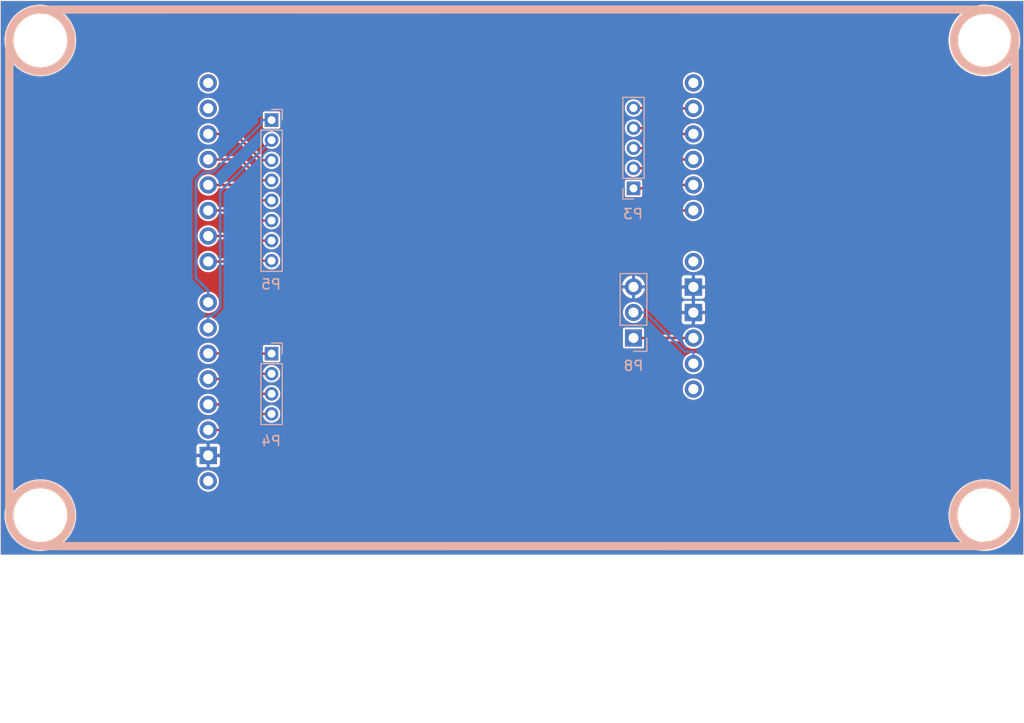
<source format=kicad_pcb>
(kicad_pcb (version 20241229) (generator "pcbnew") (generator_version "9.0")
  (title_block (date "2025-04-01"))
  (layers (0 "F.Cu" signal) (2 "B.Cu" signal) (13 "F.Paste" user) (15 "B.Paste" user) (5 "F.SilkS" user "F.Silkscreen") (7 "B.SilkS" user "B.Silkscreen") (1 "F.Mask" user) (3 "B.Mask" user) (25 "Edge.Cuts" user))
  (net 0 "")
  (net 1 "GND")
  (net 3 "Net-(P2-D3)")
  (net 4 "Net-(P2-D2)")
  (net 6 "Net-(P2-D4)")
  (net 9 "Net-(P2-D5)")
  (net 10 "Net-(P2-D1)")
  (net 12 "Net-(P2-D6)")
  (net 13 "Net-(P2-D0)")
  (net 15 "Net-(P2-D7)")
  (net 16 "+5V")
  (net 17 "+3V3")
  (net 18 "/LCD_RST")
  (net 19 "/LCD_CS")
  (net 20 "/SPI2.CS")
  (net 21 "/SPI2.MISO")
  (net 22 "/SPI2.CLK")
  (net 23 "/LCD_RS")
  (net 24 "/SPI2.MOSI")
  (net 25 "/LCD_RD")
  (net 26 "/LCD_WR")
  (footprint "catu:ArduinoConnector" (layer "F.Cu") (at 164.5 149.1 90)
    (property "Reference" "P2" (hide yes))
    (property "Value" "3.5 inch LCD" (hide yes))
    (pad "1" thru_hole oval (at 63.5 -50.8 90) (size 1.7272 1.7272) (drill 1.016) (layers "*.Cu" "*.Mask"))
    (pad "2" thru_hole oval (at 60.96 -50.8 90) (size 1.7272 1.7272) (drill 1.016) (layers "*.Cu" "*.Mask"))
    (pad "3" thru_hole oval (at 58.42 -50.8 90) (size 1.7272 1.7272) (drill 1.016) (layers "*.Cu" "*.Mask") (net 4 "Net-(P2-D2)"))
    (pad "4" thru_hole oval (at 55.88 -50.8 90) (size 1.7272 1.7272) (drill 1.016) (layers "*.Cu" "*.Mask") (net 3 "Net-(P2-D3)"))
    (pad "5" thru_hole oval (at 53.34 -50.8 90) (size 1.7272 1.7272) (drill 1.016) (layers "*.Cu" "*.Mask") (net 6 "Net-(P2-D4)"))
    (pad "6" thru_hole oval (at 50.8 -50.8 90) (size 1.7272 1.7272) (drill 1.016) (layers "*.Cu" "*.Mask") (net 9 "Net-(P2-D5)"))
    (pad "7" thru_hole oval (at 48.26 -50.8 90) (size 1.7272 1.7272) (drill 1.016) (layers "*.Cu" "*.Mask") (net 12 "Net-(P2-D6)"))
    (pad "8" thru_hole oval (at 45.72 -50.8 90) (size 1.7272 1.7272) (drill 1.016) (layers "*.Cu" "*.Mask") (net 15 "Net-(P2-D7)"))
    (pad "9" thru_hole oval (at 41.656 -50.8 90) (size 1.7272 1.7272) (drill 1.016) (layers "*.Cu" "*.Mask") (net 13 "Net-(P2-D0)"))
    (pad "10" thru_hole oval (at 39.116 -50.8 90) (size 1.7272 1.7272) (drill 1.016) (layers "*.Cu" "*.Mask") (net 10 "Net-(P2-D1)"))
    (pad "11" thru_hole oval (at 36.576 -50.8 90) (size 1.7272 1.7272) (drill 1.016) (layers "*.Cu" "*.Mask") (net 20 "/SPI2.CS"))
    (pad "12" thru_hole oval (at 34.036 -50.8 90) (size 1.7272 1.7272) (drill 1.016) (layers "*.Cu" "*.Mask") (net 24 "/SPI2.MOSI"))
    (pad "13" thru_hole oval (at 31.496 -50.8 90) (size 1.7272 1.7272) (drill 1.016) (layers "*.Cu" "*.Mask") (net 21 "/SPI2.MISO"))
    (pad "14" thru_hole oval (at 28.956 -50.8 90) (size 1.7272 1.7272) (drill 1.016) (layers "*.Cu" "*.Mask") (net 22 "/SPI2.CLK"))
    (pad "15" thru_hole rect (at 26.416 -50.8 90) (size 1.7272 1.7272) (drill 1.016) (layers "*.Cu" "*.Mask") (net 1 "GND"))
    (pad "16" thru_hole oval (at 23.876 -50.8 90) (size 1.7272 1.7272) (drill 1.016) (layers "*.Cu" "*.Mask"))
    (pad "17" thru_hole oval (at 33.02 -2.54 180) (size 1.7272 1.7272) (drill 1.016) (layers "*.Cu" "*.Mask"))
    (pad "18" thru_hole oval (at 35.56 -2.54 90) (size 1.7272 1.7272) (drill 1.016) (layers "*.Cu" "*.Mask") (net 17 "+3V3"))
    (pad "19" thru_hole oval (at 38.1 -2.54 90) (size 1.7272 1.7272) (drill 1.016) (layers "*.Cu" "*.Mask") (net 16 "+5V"))
    (pad "20" thru_hole rect (at 40.64 -2.54 90) (size 1.7272 1.7272) (drill 1.016) (layers "*.Cu" "*.Mask") (net 1 "GND"))
    (pad "21" thru_hole rect (at 43.18 -2.54 90) (size 1.7272 1.7272) (drill 1.016) (layers "*.Cu" "*.Mask") (net 1 "GND"))
    (pad "22" thru_hole oval (at 45.72 -2.54 90) (size 1.7272 1.7272) (drill 1.016) (layers "*.Cu" "*.Mask"))
    (pad "23" thru_hole oval (at 50.8 -2.54 90) (size 1.7272 1.7272) (drill 1.016) (layers "*.Cu" "*.Mask") (net 25 "/LCD_RD"))
    (pad "24" thru_hole oval (at 53.34 -2.54 90) (size 1.7272 1.7272) (drill 1.016) (layers "*.Cu" "*.Mask") (net 26 "/LCD_WR"))
    (pad "25" thru_hole oval (at 55.88 -2.54 90) (size 1.7272 1.7272) (drill 1.016) (layers "*.Cu" "*.Mask") (net 23 "/LCD_RS"))
    (pad "26" thru_hole oval (at 58.42 -2.54 90) (size 1.7272 1.7272) (drill 1.016) (layers "*.Cu" "*.Mask") (net 19 "/LCD_CS"))
    (pad "27" thru_hole oval (at 60.96 -2.54 90) (size 1.7272 1.7272) (drill 1.016) (layers "*.Cu" "*.Mask") (net 18 "/LCD_RST"))
    (pad "28" thru_hole oval (at 63.5 -2.54 90) (size 1.7272 1.7272) (drill 1.016) (layers "*.Cu" "*.Mask"))
  )
  (footprint "Connector_PinSocket_2.54mm:PinSocket_1x03_P2.54mm_Vertical" (layer "B.Cu") (at 156 110.99)
    (property "Reference" "P8" (at 0 2.77 180) (layer "B.SilkS") (effects (justify mirror)))
    (property "Value" "Supply")
    (fp_line (start -1.33 -6.41) (end 1.33 -6.41) (stroke (width 0.12)) (layer "B.SilkS"))
    (fp_line (start -1.33 -1.27) (end -1.33 -6.41) (stroke (width 0.12)) (layer "B.SilkS"))
    (fp_line (start -1.33 -1.27) (end 1.33 -1.27) (stroke (width 0.12)) (layer "B.SilkS"))
    (fp_line (start 0 1.33) (end 1.33 1.33) (stroke (width 0.12)) (layer "B.SilkS"))
    (fp_line (start 1.33 -1.27) (end 1.33 -6.41) (stroke (width 0.12)) (layer "B.SilkS"))
    (fp_line (start 1.33 1.33) (end 1.33 0) (stroke (width 0.12)) (layer "B.SilkS"))
    (pad "1" thru_hole rect (at 0 0) (size 1.7 1.7) (drill 1) (layers "*.Cu" "*.Mask") (net 16 "+5V"))
    (pad "2" thru_hole oval (at 0 -2.54) (size 1.7 1.7) (drill 1) (layers "*.Cu" "*.Mask") (net 17 "+3V3"))
    (pad "3" thru_hole oval (at 0 -5.08) (size 1.7 1.7) (drill 1) (layers "*.Cu" "*.Mask") (net 1 "GND"))
  )
  (footprint "Connector_PinHeader_2.00mm:PinHeader_1x05_P2.00mm_Vertical" (layer "B.Cu") (at 156 96.1)
    (property "Reference" "P3" (at -0.05 2.55 0) (layer "B.SilkS") (effects (justify mirror)))
    (property "Value" "Control Pins")
    (fp_line (start -1.06 -9.06) (end 1.06 -9.06) (stroke (width 0.12)) (layer "B.SilkS"))
    (fp_line (start -1.06 -1) (end -1.06 -9.06) (stroke (width 0.12)) (layer "B.SilkS"))
    (fp_line (start -1.06 -1) (end 1.06 -1) (stroke (width 0.12)) (layer "B.SilkS"))
    (fp_line (start -1.06 0) (end -1.06 1.06) (stroke (width 0.12)) (layer "B.SilkS"))
    (fp_line (start -1.06 1.06) (end 0 1.06) (stroke (width 0.12)) (layer "B.SilkS"))
    (fp_line (start 1.06 -1) (end 1.06 -9.06) (stroke (width 0.12)) (layer "B.SilkS"))
    (pad "1" thru_hole rect (at 0 0) (size 1.35 1.35) (drill 0.8) (layers "*.Cu" "*.Mask") (net 25 "/LCD_RD"))
    (pad "2" thru_hole oval (at 0 -2) (size 1.35 1.35) (drill 0.8) (layers "*.Cu" "*.Mask") (net 26 "/LCD_WR"))
    (pad "3" thru_hole oval (at 0 -4) (size 1.35 1.35) (drill 0.8) (layers "*.Cu" "*.Mask") (net 23 "/LCD_RS"))
    (pad "4" thru_hole oval (at 0 -6) (size 1.35 1.35) (drill 0.8) (layers "*.Cu" "*.Mask") (net 19 "/LCD_CS"))
    (pad "5" thru_hole oval (at 0 -8) (size 1.35 1.35) (drill 0.8) (layers "*.Cu" "*.Mask") (net 18 "/LCD_RST"))
  )
  (footprint "Connector_PinHeader_2.00mm:PinHeader_1x04_P2.00mm_Vertical" (layer "B.Cu") (at 120 112.55 180)
    (property "Reference" "P4" (at 0.05 -8.7 0) (layer "B.SilkS") (effects (justify mirror)))
    (property "Value" "SPI")
    (fp_line (start 1.06 -1) (end 1.06 -7.06) (stroke (width 0.12)) (layer "B.SilkS"))
    (fp_line (start -1.06 1.06) (end 0 1.06) (stroke (width 0.12)) (layer "B.SilkS"))
    (fp_line (start -1.06 0) (end -1.06 1.06) (stroke (width 0.12)) (layer "B.SilkS"))
    (fp_line (start -1.06 -1) (end 1.06 -1) (stroke (width 0.12)) (layer "B.SilkS"))
    (fp_line (start -1.06 -1) (end -1.06 -7.06) (stroke (width 0.12)) (layer "B.SilkS"))
    (fp_line (start -1.06 -7.06) (end 1.06 -7.06) (stroke (width 0.12)) (layer "B.SilkS"))
    (pad "1" thru_hole rect (at 0 0 180) (size 1.35 1.35) (drill 0.8) (layers "*.Cu" "*.Mask") (net 20 "/SPI2.CS"))
    (pad "2" thru_hole oval (at 0 -2 180) (size 1.35 1.35) (drill 0.8) (layers "*.Cu" "*.Mask") (net 24 "/SPI2.MOSI"))
    (pad "3" thru_hole oval (at 0 -4 180) (size 1.35 1.35) (drill 0.8) (layers "*.Cu" "*.Mask") (net 21 "/SPI2.MISO"))
    (pad "4" thru_hole oval (at 0 -6 180) (size 1.35 1.35) (drill 0.8) (layers "*.Cu" "*.Mask") (net 22 "/SPI2.CLK"))
  )
  (footprint "Connector_PinHeader_2.00mm:PinHeader_1x08_P2.00mm_Vertical" (layer "B.Cu") (at 120 89.3 180)
    (property "Reference" "P5" (at 0.05 -16.35 180) (layer "B.SilkS") (effects (justify mirror)))
    (property "Value" "Data Bus")
    (fp_line (start 1.06 -1) (end 1.06 -15.06) (stroke (width 0.12)) (layer "B.SilkS"))
    (fp_line (start -1.06 1.06) (end 0 1.06) (stroke (width 0.12)) (layer "B.SilkS"))
    (fp_line (start -1.06 0) (end -1.06 1.06) (stroke (width 0.12)) (layer "B.SilkS"))
    (fp_line (start -1.06 -1) (end 1.06 -1) (stroke (width 0.12)) (layer "B.SilkS"))
    (fp_line (start -1.06 -1) (end -1.06 -15.06) (stroke (width 0.12)) (layer "B.SilkS"))
    (fp_line (start -1.06 -15.06) (end 1.06 -15.06) (stroke (width 0.12)) (layer "B.SilkS"))
    (pad "1" thru_hole rect (at 0 0 180) (size 1.35 1.35) (drill 0.8) (layers "*.Cu" "*.Mask") (net 13 "Net-(P2-D0)"))
    (pad "2" thru_hole oval (at 0 -2 180) (size 1.35 1.35) (drill 0.8) (layers "*.Cu" "*.Mask") (net 10 "Net-(P2-D1)"))
    (pad "3" thru_hole oval (at 0 -4 180) (size 1.35 1.35) (drill 0.8) (layers "*.Cu" "*.Mask") (net 4 "Net-(P2-D2)"))
    (pad "4" thru_hole oval (at 0 -6 180) (size 1.35 1.35) (drill 0.8) (layers "*.Cu" "*.Mask") (net 3 "Net-(P2-D3)"))
    (pad "5" thru_hole oval (at 0 -8 180) (size 1.35 1.35) (drill 0.8) (layers "*.Cu" "*.Mask") (net 6 "Net-(P2-D4)"))
    (pad "6" thru_hole oval (at 0 -10 180) (size 1.35 1.35) (drill 0.8) (layers "*.Cu" "*.Mask") (net 9 "Net-(P2-D5)"))
    (pad "7" thru_hole oval (at 0 -12 180) (size 1.35 1.35) (drill 0.8) (layers "*.Cu" "*.Mask") (net 12 "Net-(P2-D6)"))
    (pad "8" thru_hole oval (at 0 -14 180) (size 1.35 1.35) (drill 0.8) (layers "*.Cu" "*.Mask") (net 15 "Net-(P2-D7)"))
  )
  (gr_line (start 159.2511 132.0586) (end 158.9811 132.0586) (stroke (width 0.1)) (layer "F.SilkS"))
  (gr_line (start 190.9011 78.2986) (end 160.7511 78.2986) (stroke (width 0.8)) (layer "F.SilkS"))
  (gr_line (start 159.7411 131.9086) (end 160.7211 131.9086) (stroke (width 0.4)) (layer "F.SilkS"))
  (gr_arc (start 97.0011 78.2986) (mid 99.178989 83.556489) (end 93.9211 81.3786) (stroke (width 0.8)) (layer "F.SilkS"))
  (gr_line (start 160.1711 131.7386) (end 161.1511 131.7386) (stroke (width 0.4)) (layer "F.SilkS"))
  (gr_line (start 135.8111 131.7186) (end 136.7911 131.7186) (stroke (width 0.4)) (layer "F.SilkS"))
  (gr_arc (start 193.9211 81.3786) (mid 188.765638 83.514062) (end 190.9011 78.3586) (stroke (width 0.8)) (layer "F.SilkS"))
  (gr_line (start 135.7911 78.2686) (end 136.8511 78.2686) (stroke (width 0.4)) (layer "F.SilkS"))
  (gr_line (start 159.8211 132.0086) (end 159.1911 132.0086) (stroke (width 0.2)) (layer "F.SilkS"))
  (gr_line (start 136.1911 78.0986) (end 137.2511 78.0986) (stroke (width 0.4)) (layer "F.SilkS"))
  (gr_line (start 137.2611 77.9986) (end 137.8111 77.9986) (stroke (width 0.2)) (layer "F.SilkS"))
  (gr_arc (start 93.9211 128.6286) (mid 99.178989 126.450711) (end 97.0011 131.7086) (stroke (width 0.8)) (layer "F.SilkS"))
  (gr_line (start 109.0411 78.2986) (end 97.0011 78.2986) (stroke (width 0.8)) (layer "F.SilkS"))
  (gr_line (start 137.7811 132.0586) (end 138.0011 132.0586) (stroke (width 0.1)) (layer "F.SilkS"))
  (gr_line (start 190.9011 131.7086) (end 190.9011 131.7086) (stroke (width 0.8)) (layer "F.SilkS"))
  (gr_line (start 193.9211 128.6286) (end 193.9211 81.3786) (stroke (width 0.8)) (layer "F.SilkS"))
  (gr_line (start 137.7711 77.9486) (end 138.0211 77.9486) (stroke (width 0.1)) (layer "F.SilkS"))
  (gr_arc (start 93.9211 81.3786) (mid 94.823211 79.200711) (end 97.0011 78.2986) (stroke (width 0.8)) (layer "F.SilkS"))
  (gr_line (start 93.9211 81.3786) (end 93.9211 128.6286) (stroke (width 0.8)) (layer "F.SilkS"))
  (gr_line (start 136.2711 131.9086) (end 137.2511 131.9086) (stroke (width 0.4)) (layer "F.SilkS"))
  (gr_arc (start 190.9011 78.2986) (mid 193.078989 79.200711) (end 193.9811 81.3786) (stroke (width 0.8)) (layer "F.SilkS"))
  (gr_arc (start 190.9011 131.7086) (mid 188.723211 126.450711) (end 193.9811 128.6286) (stroke (width 0.8)) (layer "F.SilkS"))
  (gr_line (start 137.2011 132.0086) (end 137.8111 132.0086) (stroke (width 0.2)) (layer "F.SilkS"))
  (gr_line (start 136.2511 78.2986) (end 122.6511 78.2986) (stroke (width 0.8)) (layer "F.SilkS"))
  (gr_arc (start 193.9211 128.6286) (mid 193.036562 130.764062) (end 190.9011 131.6486) (stroke (width 0.8)) (layer "F.SilkS"))
  (gr_line (start 97.0011 131.7086) (end 136.2511 131.7086) (stroke (width 0.8)) (layer "F.SilkS"))
  (gr_arc (start 97.0011 131.7086) (mid 94.823211 130.806489) (end 93.9211 128.6286) (stroke (width 0.8)) (layer "F.SilkS"))
  (gr_line (start 193.9211 128.6286) (end 193.9211 81.3786) (stroke (width 0.8128)) (layer "B.SilkS"))
  (gr_line (start 97.0011 131.7086) (end 190.9011 131.7086) (stroke (width 0.8128)) (layer "B.SilkS"))
  (gr_arc (start 190.9011 78.2986) (mid 193.078989 79.200711) (end 193.9811 81.3786) (stroke (width 0.8128)) (layer "B.SilkS"))
  (gr_arc (start 93.9211 81.3786) (mid 94.823211 79.200711) (end 97.0011 78.2986) (stroke (width 0.8128)) (layer "B.SilkS"))
  (gr_arc (start 97.0011 78.2986) (mid 99.178989 83.556489) (end 93.9211 81.3786) (stroke (width 0.8128)) (layer "B.SilkS"))
  (gr_arc (start 193.9211 128.6286) (mid 193.036562 130.764062) (end 190.9011 131.6486) (stroke (width 0.8128)) (layer "B.SilkS"))
  (gr_line (start 190.9011 78.2986) (end 97.0011 78.2986) (stroke (width 0.8128)) (layer "B.SilkS"))
  (gr_arc (start 193.9211 81.3786) (mid 188.765638 83.514062) (end 190.9011 78.3586) (stroke (width 0.8128)) (layer "B.SilkS"))
  (gr_arc (start 190.9011 131.7086) (mid 188.723211 126.450711) (end 193.9811 128.6286) (stroke (width 0.8128)) (layer "B.SilkS"))
  (gr_line (start 93.9211 81.3786) (end 93.9211 128.6286) (stroke (width 0.8128)) (layer "B.SilkS"))
  (gr_arc (start 97.0011 131.7086) (mid 94.823211 130.806489) (end 93.9211 128.6286) (stroke (width 0.8128)) (layer "B.SilkS"))
  (gr_arc (start 93.9211 128.6286) (mid 99.178989 126.450711) (end 97.0011 131.7086) (stroke (width 0.8128)) (layer "B.SilkS"))
  (gr_line (start 93.0011 77.3786) (end 194.8411 77.3786) (stroke (width 0.0254)) (layer "Edge.Cuts"))
  (gr_line (start 194.8411 132.6286) (end 93.0011 132.6286) (stroke (width 0.0254)) (layer "Edge.Cuts"))
  (gr_circle (center 97.0011 128.6286) (end 100.5011 128.6286) (stroke (width 0.0254)) (fill no) (layer "Edge.Cuts"))
  (gr_line (start 194.8411 77.3786) (end 194.8411 132.6286) (stroke (width 0.0254)) (layer "Edge.Cuts"))
  (gr_circle (center 97.0011 81.3786) (end 100.5011 81.3786) (stroke (width 0.0254)) (fill no) (layer "Edge.Cuts"))
  (gr_line (start 93.0011 132.6286) (end 93.0011 77.3786) (stroke (width 0.0254)) (layer "Edge.Cuts"))
  (gr_circle (center 190.9011 128.6286) (end 194.4011 128.6286) (stroke (width 0.0254)) (fill no) (layer "Edge.Cuts"))
  (gr_circle (center 190.9011 81.3786) (end 194.4011 81.3786) (stroke (width 0.0254)) (fill no) (layer "Edge.Cuts"))
  (segment (start 113.7 93.22) (end 116.9183 93.22) (width 0.25) (layer "F.Cu") (net 3))
  (segment (start 120 95.3) (end 118.9983 95.3) (width 0.25) (layer "F.Cu") (net 3))
  (segment (start 116.9183 93.22) (end 118.9983 95.3) (width 0.25) (layer "F.Cu") (net 3))
  (segment (start 116.3783 90.68) (end 118.9983 93.3) (width 0.25) (layer "F.Cu") (net 4))
  (segment (start 113.7 90.68) (end 116.3783 90.68) (width 0.25) (layer "F.Cu") (net 4))
  (segment (start 120 93.3) (end 118.9983 93.3) (width 0.25) (layer "F.Cu") (net 4))
  (segment (start 117.4583 95.76) (end 118.9983 97.3) (width 0.25) (layer "F.Cu") (net 6))
  (segment (start 113.7 95.76) (end 117.4583 95.76) (width 0.25) (layer "F.Cu") (net 6))
  (segment (start 120 97.3) (end 118.9983 97.3) (width 0.25) (layer "F.Cu") (net 6))
  (segment (start 117.9983 98.3) (end 118.9983 99.3) (width 0.25) (layer "F.Cu") (net 9))
  (segment (start 120 99.3) (end 118.9983 99.3) (width 0.25) (layer "F.Cu") (net 9))
  (segment (start 113.7 98.3) (end 117.9983 98.3) (width 0.25) (layer "F.Cu") (net 9))
  (segment (start 113.7 109.984) (end 113.7 108.7937) (width 0.25) (layer "B.Cu") (net 10))
  (segment (start 114.0721 108.7937) (end 114.8903 107.9755) (width 0.25) (layer "B.Cu") (net 10))
  (segment (start 113.7 108.7937) (end 114.0721 108.7937) (width 0.25) (layer "B.Cu") (net 10))
  (segment (start 114.8903 107.9755) (end 114.8903 96.4097) (width 0.25) (layer "B.Cu") (net 10))
  (segment (start 114.8903 96.4097) (end 120 91.3) (width 0.25) (layer "B.Cu") (net 10))
  (segment (start 118.5383 100.84) (end 118.9983 101.3) (width 0.25) (layer "F.Cu") (net 12))
  (segment (start 113.7 100.84) (end 118.5383 100.84) (width 0.25) (layer "F.Cu") (net 12))
  (segment (start 120 101.3) (end 118.9983 101.3) (width 0.25) (layer "F.Cu") (net 12))
  (segment (start 112.4709 95.2894) (end 113.2703 94.49) (width 0.25) (layer "B.Cu") (net 13))
  (segment (start 114.1839 94.49) (end 118.9983 89.6756) (width 0.25) (layer "B.Cu") (net 13))
  (segment (start 120 89.3) (end 118.9983 89.3) (width 0.25) (layer "B.Cu") (net 13))
  (segment (start 112.4709 105.0246) (end 112.4709 95.2894) (width 0.25) (layer "B.Cu") (net 13))
  (segment (start 118.9983 89.6756) (end 118.9983 89.3) (width 0.25) (layer "B.Cu") (net 13))
  (segment (start 113.7 107.444) (end 113.7 106.2537) (width 0.25) (layer "B.Cu") (net 13))
  (segment (start 113.2703 94.49) (end 114.1839 94.49) (width 0.25) (layer "B.Cu") (net 13))
  (segment (start 113.7 106.2537) (end 112.4709 105.0246) (width 0.25) (layer "B.Cu") (net 13))
  (segment (start 118.9183 103.38) (end 118.9983 103.3) (width 0.25) (layer "F.Cu") (net 15))
  (segment (start 113.7 103.38) (end 118.9183 103.38) (width 0.25) (layer "F.Cu") (net 15))
  (segment (start 120 103.3) (end 118.9983 103.3) (width 0.25) (layer "F.Cu") (net 15))
  (segment (start 156 110.99) (end 160.7597 110.99) (width 0.25) (layer "F.Cu") (net 16))
  (segment (start 160.7597 110.99) (end 160.7697 111) (width 0.25) (layer "F.Cu") (net 16))
  (segment (start 161.96 111) (end 160.7697 111) (width 0.25) (layer "F.Cu") (net 16))
  (segment (start 161.96 113.54) (end 161.96 112.3497) (width 0.25) (layer "B.Cu") (net 17))
  (segment (start 156 108.45) (end 157.1767 108.45) (width 0.25) (layer "B.Cu") (net 17))
  (segment (start 161.0764 112.3497) (end 161.96 112.3497) (width 0.25) (layer "B.Cu") (net 17))
  (segment (start 157.1767 108.45) (end 161.0764 112.3497) (width 0.25) (layer "B.Cu") (net 17))
  (segment (start 156 88.1) (end 157.0017 88.1) (width 0.25) (layer "F.Cu") (net 18))
  (segment (start 161.96 88.14) (end 157.0417 88.14) (width 0.25) (layer "F.Cu") (net 18))
  (segment (start 157.0417 88.14) (end 157.0017 88.1) (width 0.25) (layer "F.Cu") (net 18))
  (segment (start 157.5817 90.68) (end 157.0017 90.1) (width 0.25) (layer "F.Cu") (net 19))
  (segment (start 156 90.1) (end 157.0017 90.1) (width 0.25) (layer "F.Cu") (net 19))
  (segment (start 161.96 90.68) (end 157.5817 90.68) (width 0.25) (layer "F.Cu") (net 19))
  (segment (start 113.7 112.524) (end 118.9723 112.524) (width 0.25) (layer "F.Cu") (net 20))
  (segment (start 118.9723 112.524) (end 118.9983 112.55) (width 0.25) (layer "F.Cu") (net 20))
  (segment (start 120 112.55) (end 118.9983 112.55) (width 0.25) (layer "F.Cu") (net 20))
  (segment (start 120 116.55) (end 118.9983 116.55) (width 0.25) (layer "F.Cu") (net 21))
  (segment (start 117.9443 117.604) (end 118.9983 116.55) (width 0.25) (layer "F.Cu") (net 21))
  (segment (start 113.7 117.604) (end 117.9443 117.604) (width 0.25) (layer "F.Cu") (net 21))
  (segment (start 114.8903 120.144) (end 116.4843 118.55) (width 0.25) (layer "F.Cu") (net 22))
  (segment (start 113.7 120.144) (end 114.8903 120.144) (width 0.25) (layer "F.Cu") (net 22))
  (segment (start 116.4843 118.55) (end 120 118.55) (width 0.25) (layer "F.Cu") (net 22))
  (segment (start 156 92.1) (end 157.0017 92.1) (width 0.25) (layer "F.Cu") (net 23))
  (segment (start 161.96 93.22) (end 158.1217 93.22) (width 0.25) (layer "F.Cu") (net 23))
  (segment (start 158.1217 93.22) (end 157.0017 92.1) (width 0.25) (layer "F.Cu") (net 23))
  (segment (start 118.4843 115.064) (end 118.9983 114.55) (width 0.25) (layer "F.Cu") (net 24))
  (segment (start 113.7 115.064) (end 118.4843 115.064) (width 0.25) (layer "F.Cu") (net 24))
  (segment (start 120 114.55) (end 118.9983 114.55) (width 0.25) (layer "F.Cu") (net 24))
  (segment (start 156 96.1) (end 157.0017 96.1) (width 0.25) (layer "F.Cu") (net 25))
  (segment (start 161.96 98.3) (end 159.2017 98.3) (width 0.25) (layer "F.Cu") (net 25))
  (segment (start 159.2017 98.3) (end 157.0017 96.1) (width 0.25) (layer "F.Cu") (net 25))
  (segment (start 158.6617 95.76) (end 157.0017 94.1) (width 0.25) (layer "F.Cu") (net 26))
  (segment (start 156 94.1) (end 157.0017 94.1) (width 0.25) (layer "F.Cu") (net 26))
  (segment (start 161.96 95.76) (end 158.6617 95.76) (width 0.25) (layer "F.Cu") (net 26))
  (zone (net 1) (net_name "GND") (layer "F.Cu") (priority 1) (connect_pads (clearance 0.000001)) (min_thickness 0.127) (fill yes (thermal_gap 0.304) (thermal_bridge_width 0.304))
    (polygon (pts (xy 194.85 132.65) (xy 93 132.6) (xy 93 77.35) (xy 194.8 77.4)))
  )
  (zone (net 1) (net_name "GND") (layer "B.Cu") (priority 4) (connect_pads (clearance 0.000001)) (min_thickness 0.127) (fill yes (thermal_gap 0.304) (thermal_bridge_width 0.304))
    (polygon (pts (xy 194.8 132.65) (xy 93 132.6) (xy 93 77.35) (xy 194.8 77.35)))
  )
)
</source>
